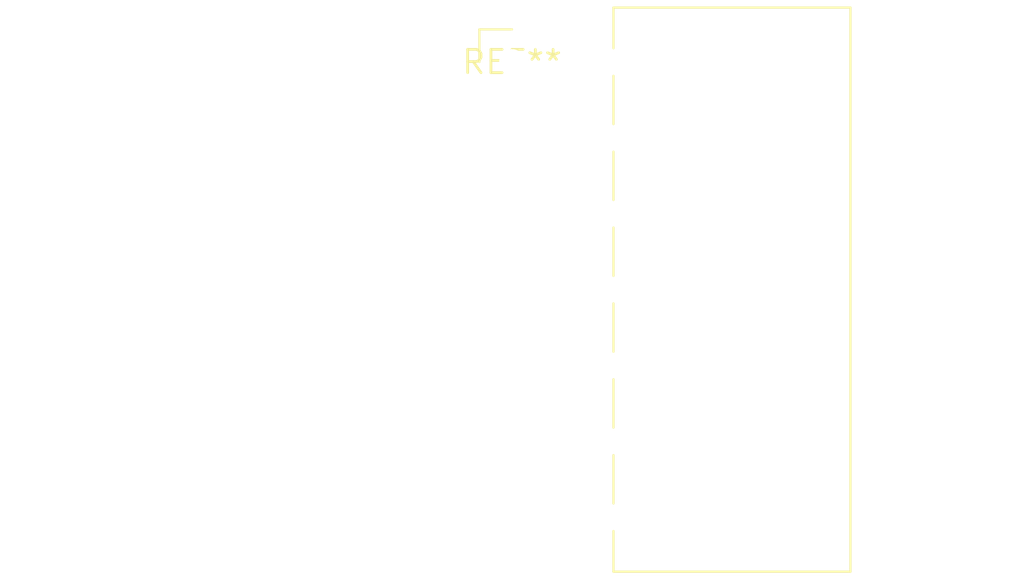
<source format=kicad_pcb>
(kicad_pcb (version 20240108) (generator pcbnew)
  (layers (0 "F.Cu" signal) (31 "B.Cu" signal) (34 "B.Paste" user) (35 "F.Paste" user) (36 "B.SilkS" user "B.Silkscreen") (37 "F.SilkS" user "F.Silkscreen") (38 "B.Mask" user) (39 "F.Mask" user) (44 "Edge.Cuts" user))
  (net 0 "")
  (footprint "TE_MATE-N-LOK_1-770973-x_2x07_P4.14mm_Horizontal" (layer "F.Cu") (at 0 0)
    (property "Reference" "REF**")
    (property "Value" "TE_MATE-N-LOK_1-770973-x_2x07_P4.14mm_Horizontal")
    (fp_line (start -1.78 -1.78) (end -1.78 0) (layer "F.SilkS") (stroke (width 0.12)))
    (fp_line (start 0 -1.78) (end -1.78 -1.78) (layer "F.SilkS") (stroke (width 0.12)))
    (fp_line (start 5.53 -2.97) (end 18.45 -2.97) (layer "F.SilkS") (stroke (width 0.12)))
    (fp_line (start 5.53 -0.751199) (end 5.53 -2.97) (layer "F.SilkS") (stroke (width 0.12)))
    (fp_line (start 5.53 0.751199) (end 5.53 3.388801) (layer "F.SilkS") (stroke (width 0.12)))
    (fp_line (start 5.53 4.891199) (end 5.53 7.528801) (layer "F.SilkS") (stroke (width 0.12)))
    (fp_line (start 5.53 9.031199) (end 5.53 11.668801) (layer "F.SilkS") (stroke (width 0.12)))
    (fp_line (start 5.53 13.171199) (end 5.53 15.808801) (layer "F.SilkS") (stroke (width 0.12)))
    (fp_line (start 5.53 17.311199) (end 5.53 19.948801) (layer "F.SilkS") (stroke (width 0.12)))
    (fp_line (start 5.53 21.451199) (end 5.53 24.088801) (layer "F.SilkS") (stroke (width 0.12)))
    (fp_line (start 5.53 27.81) (end 5.53 25.591199) (layer "F.SilkS") (stroke (width 0.12)))
    (fp_line (start 18.45 -2.97) (end 18.45 27.81) (layer "F.SilkS") (stroke (width 0.12)))
    (fp_line (start 18.45 27.81) (end 5.53 27.81) (layer "F.SilkS") (stroke (width 0.12)))
    (pad "" np_thru_hole circle (at 11.48 4.14) (size 3.86 3.86) (drill 3.86) (layers *.Cu *.Mask))
    (pad "" np_thru_hole circle (at 11.48 20.7) (size 3.86 3.86) (drill 3.86) (layers *.Cu *.Mask))
    (pad "1" thru_hole roundrect (at 0 0) (size 2.64 2.64) (drill 1.4) (layers *.Cu *.Mask) (remove_unused_layers) (roundrect_rratio 0.094697))
    (pad "2" thru_hole circle (at 0 4.14) (size 2.64 2.64) (drill 1.4) (layers *.Cu *.Mask) (remove_unused_layers))
    (pad "3" thru_hole circle (at 0 8.28) (size 2.64 2.64) (drill 1.4) (layers *.Cu *.Mask) (remove_unused_layers))
    (pad "4" thru_hole circle (at 0 12.42) (size 2.64 2.64) (drill 1.4) (layers *.Cu *.Mask) (remove_unused_layers))
    (pad "5" thru_hole circle (at 0 16.56) (size 2.64 2.64) (drill 1.4) (layers *.Cu *.Mask) (remove_unused_layers))
    (pad "6" thru_hole circle (at 0 20.7) (size 2.64 2.64) (drill 1.4) (layers *.Cu *.Mask) (remove_unused_layers))
    (pad "7" thru_hole circle (at 0 24.84) (size 2.64 2.64) (drill 1.4) (layers *.Cu *.Mask) (remove_unused_layers))
    (pad "8" thru_hole circle (at 4.14 0) (size 2.64 2.64) (drill 1.4) (layers *.Cu *.Mask) (remove_unused_layers))
    (pad "9" thru_hole circle (at 4.14 4.14) (size 2.64 2.64) (drill 1.4) (layers *.Cu *.Mask) (remove_unused_layers))
    (pad "10" thru_hole circle (at 4.14 8.28) (size 2.64 2.64) (drill 1.4) (layers *.Cu *.Mask) (remove_unused_layers))
    (pad "11" thru_hole circle (at 4.14 12.42) (size 2.64 2.64) (drill 1.4) (layers *.Cu *.Mask) (remove_unused_layers))
    (pad "12" thru_hole circle (at 4.14 16.56) (size 2.64 2.64) (drill 1.4) (layers *.Cu *.Mask) (remove_unused_layers))
    (pad "13" thru_hole circle (at 4.14 20.7) (size 2.64 2.64) (drill 1.4) (layers *.Cu *.Mask) (remove_unused_layers))
    (pad "14" thru_hole circle (at 4.14 24.84) (size 2.64 2.64) (drill 1.4) (layers *.Cu *.Mask) (remove_unused_layers))
  )
)
</source>
